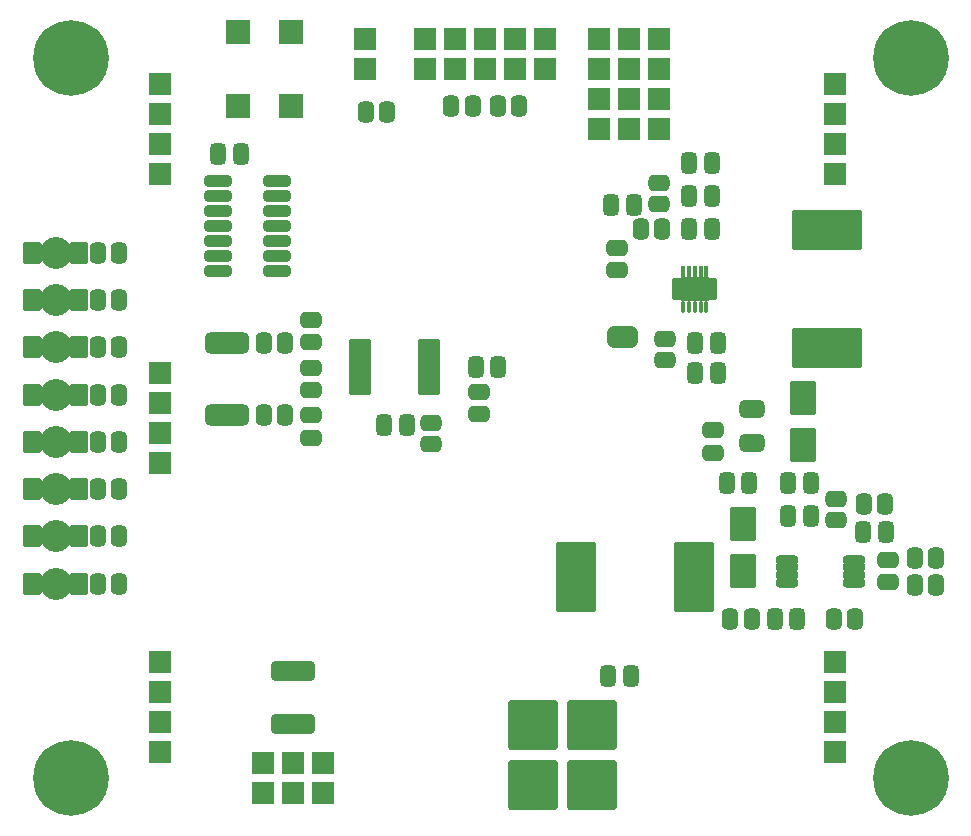
<source format=gbr>
%TF.GenerationSoftware,KiCad,Pcbnew,6.0.4-6f826c9f35~116~ubuntu20.04.1*%
%TF.CreationDate,2022-08-15T10:28:23+00:00*%
%TF.ProjectId,SOLARMINIBAT01A,534f4c41-524d-4494-9e49-424154303141,rev?*%
%TF.SameCoordinates,Original*%
%TF.FileFunction,Soldermask,Bot*%
%TF.FilePolarity,Negative*%
%FSLAX46Y46*%
G04 Gerber Fmt 4.6, Leading zero omitted, Abs format (unit mm)*
G04 Created by KiCad (PCBNEW 6.0.4-6f826c9f35~116~ubuntu20.04.1) date 2022-08-15 10:28:23*
%MOMM*%
%LPD*%
G01*
G04 APERTURE LIST*
G04 Aperture macros list*
%AMRoundRect*
0 Rectangle with rounded corners*
0 $1 Rounding radius*
0 $2 $3 $4 $5 $6 $7 $8 $9 X,Y pos of 4 corners*
0 Add a 4 corners polygon primitive as box body*
4,1,4,$2,$3,$4,$5,$6,$7,$8,$9,$2,$3,0*
0 Add four circle primitives for the rounded corners*
1,1,$1+$1,$2,$3*
1,1,$1+$1,$4,$5*
1,1,$1+$1,$6,$7*
1,1,$1+$1,$8,$9*
0 Add four rect primitives between the rounded corners*
20,1,$1+$1,$2,$3,$4,$5,0*
20,1,$1+$1,$4,$5,$6,$7,0*
20,1,$1+$1,$6,$7,$8,$9,0*
20,1,$1+$1,$8,$9,$2,$3,0*%
%AMFreePoly0*
4,1,41,0.491777,0.930194,0.493581,0.928755,0.495340,0.928535,0.578942,0.898129,0.653686,0.849893,0.715833,0.786241,0.762268,0.710359,0.790663,0.626052,0.799597,0.537543,0.788623,0.449263,0.774388,0.410016,0.776240,0.409490,0.730195,0.247480,0.707271,0.082830,0.707313,-0.083415,0.730317,-0.248061,0.776551,-0.410428,0.774717,-0.410950,0.789166,-0.451162,0.799875,-0.539475,
0.790675,-0.627957,0.762027,-0.712178,0.715366,-0.787919,0.653029,-0.851385,0.578136,-0.899398,0.494442,-0.929552,0.477172,-0.931661,0.449504,-0.944986,0.405000,-0.950000,-0.645000,-0.950000,-0.731777,-0.930194,-0.801366,-0.874698,-0.839986,-0.794504,-0.845000,-0.750000,-0.845000,0.750000,-0.825194,0.836777,-0.769698,0.906366,-0.689504,0.944986,-0.645000,0.950000,0.405000,0.950000,
0.491777,0.930194,0.491777,0.930194,$1*%
%AMFreePoly1*
4,1,41,0.586777,0.930194,0.656366,0.874698,0.694986,0.794504,0.700000,0.750000,0.700000,-0.750000,0.680194,-0.836777,0.624698,-0.906366,0.544504,-0.944986,0.500000,-0.950000,0.000000,-0.950000,-0.023504,-0.944635,-0.083606,-0.943534,-0.139582,-0.934468,-0.274897,-0.892193,-0.326080,-0.867780,-0.444090,-0.789225,-0.486362,-0.751429,-0.577582,-0.642910,-0.607548,-0.594768,-0.664643,-0.465009,
-0.679893,-0.410393,-0.697476,-0.275933,-0.697084,-0.275882,-0.700000,-0.250000,-0.700000,0.250000,-0.697921,0.259109,-0.697582,0.286880,-0.675771,0.426957,-0.659192,0.481183,-0.598944,0.609508,-0.567811,0.656904,-0.473967,0.763162,-0.430783,0.799915,-0.310888,0.875563,-0.259125,0.898717,-0.122818,0.937674,-0.066635,0.945370,-0.042411,0.945222,0.000000,0.950000,0.500000,0.950000,
0.586777,0.930194,0.586777,0.930194,$1*%
%AMFreePoly2*
4,1,41,0.022678,0.944824,0.075125,0.944504,0.131210,0.936123,0.267031,0.895504,0.318507,0.871718,0.437469,0.794611,0.480202,0.757333,0.572740,0.649936,0.603290,0.602165,0.661967,0.473113,0.677883,0.418686,0.697980,0.278353,0.700000,0.250000,0.700000,-0.250000,0.699985,-0.252439,0.699836,-0.264655,0.697079,-0.295398,0.673559,-0.435199,0.656318,-0.489221,0.594506,-0.616800,
0.562797,-0.663810,0.467662,-0.768914,0.424032,-0.805137,0.303222,-0.879314,0.251181,-0.901834,0.114408,-0.939123,0.058135,-0.946132,0.037663,-0.945757,0.000000,-0.950000,-0.500000,-0.950000,-0.586777,-0.930194,-0.656366,-0.874698,-0.694986,-0.794504,-0.700000,-0.750000,-0.700000,0.750000,-0.680194,0.836777,-0.624698,0.906366,-0.544504,0.944986,-0.500000,0.950000,0.000000,0.950000,
0.022678,0.944824,0.022678,0.944824,$1*%
G04 Aperture macros list end*
%ADD10C,6.400000*%
%ADD11RoundRect,0.200000X0.762000X-0.762000X0.762000X0.762000X-0.762000X0.762000X-0.762000X-0.762000X0*%
%ADD12RoundRect,0.200000X-0.762000X0.762000X-0.762000X-0.762000X0.762000X-0.762000X0.762000X0.762000X0*%
%ADD13RoundRect,0.200000X0.762000X0.762000X-0.762000X0.762000X-0.762000X-0.762000X0.762000X-0.762000X0*%
%ADD14RoundRect,0.200000X0.838200X-0.838200X0.838200X0.838200X-0.838200X0.838200X-0.838200X-0.838200X0*%
%ADD15RoundRect,0.200000X-1.905000X1.905000X-1.905000X-1.905000X1.905000X-1.905000X1.905000X1.905000X0*%
%ADD16C,2.700000*%
%ADD17FreePoly0,0.000000*%
%ADD18FreePoly0,180.000000*%
%ADD19RoundRect,0.200000X0.900000X-1.250000X0.900000X1.250000X-0.900000X1.250000X-0.900000X-1.250000X0*%
%ADD20RoundRect,0.450000X-0.250000X-0.475000X0.250000X-0.475000X0.250000X0.475000X-0.250000X0.475000X0*%
%ADD21RoundRect,0.070000X0.140000X-0.140000X0.140000X0.140000X-0.140000X0.140000X-0.140000X-0.140000X0*%
%ADD22O,0.420000X0.990000*%
%ADD23RoundRect,0.200000X0.300000X-0.115000X0.300000X0.115000X-0.300000X0.115000X-0.300000X-0.115000X0*%
%ADD24RoundRect,0.200000X0.450000X-0.325000X0.450000X0.325000X-0.450000X0.325000X-0.450000X-0.325000X0*%
%ADD25RoundRect,0.200000X1.075000X-0.850000X1.075000X0.850000X-1.075000X0.850000X-1.075000X-0.850000X0*%
%ADD26RoundRect,0.200000X0.350000X-0.125000X0.350000X0.125000X-0.350000X0.125000X-0.350000X-0.125000X0*%
%ADD27C,1.000000*%
%ADD28RoundRect,0.450000X0.450000X-0.262500X0.450000X0.262500X-0.450000X0.262500X-0.450000X-0.262500X0*%
%ADD29RoundRect,0.450000X-0.625000X0.312500X-0.625000X-0.312500X0.625000X-0.312500X0.625000X0.312500X0*%
%ADD30RoundRect,0.450000X-1.450000X0.400000X-1.450000X-0.400000X1.450000X-0.400000X1.450000X0.400000X0*%
%ADD31RoundRect,0.450000X0.262500X0.450000X-0.262500X0.450000X-0.262500X-0.450000X0.262500X-0.450000X0*%
%ADD32RoundRect,0.450000X-0.262500X-0.450000X0.262500X-0.450000X0.262500X0.450000X-0.262500X0.450000X0*%
%ADD33RoundRect,0.200000X-2.750000X1.500000X-2.750000X-1.500000X2.750000X-1.500000X2.750000X1.500000X0*%
%ADD34RoundRect,0.200000X0.725000X0.225000X-0.725000X0.225000X-0.725000X-0.225000X0.725000X-0.225000X0*%
%ADD35RoundRect,0.450000X-0.450000X0.262500X-0.450000X-0.262500X0.450000X-0.262500X0.450000X0.262500X0*%
%ADD36RoundRect,0.450000X-0.475000X0.250000X-0.475000X-0.250000X0.475000X-0.250000X0.475000X0.250000X0*%
%ADD37RoundRect,0.450000X0.475000X-0.250000X0.475000X0.250000X-0.475000X0.250000X-0.475000X-0.250000X0*%
%ADD38RoundRect,0.200000X-0.900000X1.250000X-0.900000X-1.250000X0.900000X-1.250000X0.900000X1.250000X0*%
%ADD39FreePoly1,0.000000*%
%ADD40FreePoly2,0.000000*%
%ADD41RoundRect,0.449999X1.425001X-0.450001X1.425001X0.450001X-1.425001X0.450001X-1.425001X-0.450001X0*%
%ADD42RoundRect,0.450000X0.250000X0.475000X-0.250000X0.475000X-0.250000X-0.475000X0.250000X-0.475000X0*%
%ADD43RoundRect,0.350000X0.825000X0.150000X-0.825000X0.150000X-0.825000X-0.150000X0.825000X-0.150000X0*%
%ADD44RoundRect,0.200000X1.500000X2.750000X-1.500000X2.750000X-1.500000X-2.750000X1.500000X-2.750000X0*%
%ADD45RoundRect,0.300000X-0.637500X-0.100000X0.637500X-0.100000X0.637500X0.100000X-0.637500X0.100000X0*%
G04 APERTURE END LIST*
D10*
%TO.C,M4*%
X5080000Y66040000D03*
%TD*%
D11*
%TO.C,J1*%
X21336000Y3810000D03*
X21336000Y6350000D03*
X23876000Y3810000D03*
X23876000Y6350000D03*
X26416000Y3810000D03*
X26416000Y6350000D03*
%TD*%
D12*
%TO.C,J6*%
X54864000Y67691000D03*
X54864000Y65151000D03*
X52324000Y67691000D03*
X52324000Y65151000D03*
X49784000Y67691000D03*
X49784000Y65151000D03*
%TD*%
D13*
%TO.C,BT1*%
X12678000Y36830000D03*
X12678000Y34290000D03*
X12678000Y39370000D03*
X12678000Y31750000D03*
X69778000Y63850000D03*
X69778000Y7270000D03*
X69778000Y56230000D03*
X12678000Y14890000D03*
X12678000Y58770000D03*
X69778000Y14890000D03*
X12678000Y56230000D03*
X69778000Y58770000D03*
X12678000Y63850000D03*
X69778000Y9810000D03*
X69778000Y12350000D03*
X69778000Y61310000D03*
X12678000Y61310000D03*
X12678000Y7270000D03*
X12678000Y9810000D03*
X12678000Y12350000D03*
%TD*%
D10*
%TO.C,M1*%
X76200000Y66040000D03*
%TD*%
%TO.C,M3*%
X76200000Y5080000D03*
%TD*%
D11*
%TO.C,J4*%
X29972000Y65151000D03*
X29972000Y67691000D03*
%TD*%
%TO.C,P1*%
X35052000Y65151000D03*
X35052000Y67691000D03*
X37592000Y65151000D03*
X37592000Y67691000D03*
X40132000Y65151000D03*
X40132000Y67691000D03*
X42672000Y65151000D03*
X42672000Y67691000D03*
X45212000Y65151000D03*
X45212000Y67691000D03*
%TD*%
D14*
%TO.C,SW1*%
X19213000Y62001000D03*
X19213000Y68301000D03*
X23713000Y62001000D03*
X23713000Y68301000D03*
%TD*%
D10*
%TO.C,M2*%
X5080000Y5080000D03*
%TD*%
D12*
%TO.C,J5*%
X54864000Y62611000D03*
X54864000Y60071000D03*
X52324000Y62611000D03*
X52324000Y60071000D03*
X49784000Y62611000D03*
X49784000Y60071000D03*
%TD*%
D15*
%TO.C,J2*%
X44196000Y9556000D03*
X49196000Y9556000D03*
%TD*%
%TO.C,J3*%
X44196000Y4476000D03*
X49196000Y4476000D03*
%TD*%
D16*
%TO.C,D8*%
X3810000Y21560000D03*
D17*
X1905000Y21560000D03*
D18*
X5715000Y21560000D03*
%TD*%
D19*
%TO.C,D10*%
X67056000Y33306000D03*
X67056000Y37306000D03*
%TD*%
D20*
%TO.C,C13*%
X65852000Y30099000D03*
X67752000Y30099000D03*
%TD*%
D21*
%TO.C,X1*%
X58912000Y44722000D03*
D22*
X58912000Y45007000D03*
D21*
X58412000Y44722000D03*
D22*
X58412000Y45007000D03*
X57912000Y45007000D03*
D21*
X57912000Y44722000D03*
X57412000Y44722000D03*
D22*
X57412000Y45007000D03*
D21*
X56912000Y44722000D03*
D22*
X56912000Y45007000D03*
X56912000Y47957000D03*
D21*
X56912000Y48242000D03*
D22*
X57412000Y47957000D03*
D21*
X57412000Y48242000D03*
X57912000Y48242000D03*
D22*
X57912000Y47957000D03*
X58412000Y47957000D03*
D21*
X58412000Y48242000D03*
D22*
X58912000Y47957000D03*
D21*
X58912000Y48242000D03*
D23*
X56487000Y45882000D03*
D24*
X57352000Y46917000D03*
D23*
X56487000Y46282000D03*
D25*
X57912000Y46482000D03*
D26*
X59337000Y47082000D03*
D27*
X58412000Y46982000D03*
D26*
X56487000Y46282000D03*
X56487000Y46682000D03*
D23*
X56487000Y46682000D03*
X59337000Y46682000D03*
D26*
X56487000Y47082000D03*
D24*
X57352000Y46047000D03*
D23*
X56487000Y47082000D03*
D26*
X59337000Y46282000D03*
X59337000Y46682000D03*
D24*
X58472000Y46917000D03*
D26*
X59337000Y45882000D03*
D27*
X57912000Y46482000D03*
D23*
X59337000Y47082000D03*
D26*
X56487000Y45882000D03*
D23*
X59337000Y45882000D03*
D27*
X57412000Y46982000D03*
X58412000Y45982000D03*
X57412000Y45982000D03*
D23*
X59337000Y46282000D03*
D24*
X58472000Y46047000D03*
%TD*%
D28*
%TO.C,R22*%
X69850000Y26924000D03*
X69850000Y28749000D03*
%TD*%
D29*
%TO.C,R21*%
X62738000Y36387500D03*
X62738000Y33462500D03*
%TD*%
D30*
%TO.C,F1*%
X23876000Y14163000D03*
X23876000Y9713000D03*
%TD*%
D20*
%TO.C,C16*%
X57978000Y39370000D03*
X59878000Y39370000D03*
%TD*%
D31*
%TO.C,R26*%
X55165000Y51562000D03*
X53340000Y51562000D03*
%TD*%
D16*
%TO.C,D1*%
X3810000Y49560000D03*
D17*
X1905000Y49560000D03*
D18*
X5715000Y49560000D03*
%TD*%
D32*
%TO.C,R19*%
X76557500Y21463000D03*
X78382500Y21463000D03*
%TD*%
D33*
%TO.C,L2*%
X69088000Y41482000D03*
X69088000Y51482000D03*
%TD*%
D34*
%TO.C,U1*%
X35462000Y41828000D03*
X35462000Y41178000D03*
X35462000Y40528000D03*
X35462000Y39878000D03*
X35462000Y39228000D03*
X35462000Y38578000D03*
X35462000Y37928000D03*
X29562000Y37928000D03*
X29562000Y38578000D03*
X29562000Y39228000D03*
X29562000Y39878000D03*
X29562000Y40528000D03*
X29562000Y41178000D03*
X29562000Y41828000D03*
%TD*%
D20*
%TO.C,C17*%
X57978000Y41910000D03*
X59878000Y41910000D03*
%TD*%
D32*
%TO.C,R10*%
X7366000Y45560000D03*
X9191000Y45560000D03*
%TD*%
D20*
%TO.C,C7*%
X17592000Y57912000D03*
X19492000Y57912000D03*
%TD*%
D32*
%TO.C,R7*%
X21439500Y41910000D03*
X23264500Y41910000D03*
%TD*%
D35*
%TO.C,R25*%
X54864000Y55522500D03*
X54864000Y53697500D03*
%TD*%
D36*
%TO.C,C1*%
X39624000Y37810000D03*
X39624000Y35910000D03*
%TD*%
D28*
%TO.C,R24*%
X55372000Y40489500D03*
X55372000Y42314500D03*
%TD*%
D37*
%TO.C,C18*%
X51308000Y48072000D03*
X51308000Y49972000D03*
%TD*%
D20*
%TO.C,C5*%
X39394000Y39878000D03*
X41294000Y39878000D03*
%TD*%
D32*
%TO.C,R16*%
X7366000Y21560000D03*
X9191000Y21560000D03*
%TD*%
%TO.C,R15*%
X7366000Y25560000D03*
X9191000Y25560000D03*
%TD*%
D38*
%TO.C,D9*%
X61976000Y26638000D03*
X61976000Y22638000D03*
%TD*%
D20*
%TO.C,C11*%
X72202000Y25908000D03*
X74102000Y25908000D03*
%TD*%
%TO.C,C20*%
X57470000Y51562000D03*
X59370000Y51562000D03*
%TD*%
D39*
%TO.C,JP1*%
X51166000Y42418000D03*
D40*
X52466000Y42418000D03*
%TD*%
D41*
%TO.C,R8*%
X18288000Y35812000D03*
X18288000Y41912000D03*
%TD*%
D36*
%TO.C,C15*%
X59436000Y34539000D03*
X59436000Y32639000D03*
%TD*%
%TO.C,C6*%
X25400000Y35814000D03*
X25400000Y33914000D03*
%TD*%
D42*
%TO.C,C14*%
X62545000Y30099000D03*
X60645000Y30099000D03*
%TD*%
D16*
%TO.C,D5*%
X3810000Y33560000D03*
D17*
X1905000Y33560000D03*
D18*
X5715000Y33560000D03*
%TD*%
D32*
%TO.C,R3*%
X37291000Y61976000D03*
X39116000Y61976000D03*
%TD*%
D37*
%TO.C,C10*%
X74295000Y21656000D03*
X74295000Y23556000D03*
%TD*%
D32*
%TO.C,R14*%
X7366000Y29560000D03*
X9191000Y29560000D03*
%TD*%
%TO.C,R6*%
X21439500Y35814000D03*
X23264500Y35814000D03*
%TD*%
%TO.C,R18*%
X69699500Y18542000D03*
X71524500Y18542000D03*
%TD*%
D43*
%TO.C,U2*%
X22541000Y55626000D03*
X22541000Y54356000D03*
X22541000Y53086000D03*
X22541000Y51816000D03*
X22541000Y50546000D03*
X22541000Y49276000D03*
X22541000Y48006000D03*
X17591000Y48006000D03*
X17591000Y49276000D03*
X17591000Y50546000D03*
X17591000Y51816000D03*
X17591000Y53086000D03*
X17591000Y54356000D03*
X17591000Y55626000D03*
%TD*%
D16*
%TO.C,D4*%
X3810000Y37560000D03*
D17*
X1905000Y37560000D03*
D18*
X5715000Y37560000D03*
%TD*%
D20*
%TO.C,C22*%
X57470000Y57150000D03*
X59370000Y57150000D03*
%TD*%
D32*
%TO.C,R17*%
X60913000Y18542000D03*
X62738000Y18542000D03*
%TD*%
D42*
%TO.C,C19*%
X52766000Y53594000D03*
X50866000Y53594000D03*
%TD*%
D16*
%TO.C,D6*%
X3810000Y29560000D03*
D17*
X1905000Y29560000D03*
D18*
X5715000Y29560000D03*
%TD*%
D32*
%TO.C,R12*%
X7366000Y37560000D03*
X9191000Y37560000D03*
%TD*%
D31*
%TO.C,R23*%
X74064500Y28321000D03*
X72239500Y28321000D03*
%TD*%
D37*
%TO.C,C4*%
X25400000Y41976000D03*
X25400000Y43876000D03*
%TD*%
D31*
%TO.C,R1*%
X43076500Y61976000D03*
X41251500Y61976000D03*
%TD*%
D42*
%TO.C,C2*%
X33528000Y34990000D03*
X31628000Y34990000D03*
%TD*%
D44*
%TO.C,L1*%
X47832000Y22098000D03*
X57832000Y22098000D03*
%TD*%
D20*
%TO.C,C12*%
X65852000Y27305000D03*
X67752000Y27305000D03*
%TD*%
D16*
%TO.C,D3*%
X3810000Y41560000D03*
D17*
X1905000Y41560000D03*
D18*
X5715000Y41560000D03*
%TD*%
D20*
%TO.C,C21*%
X57470000Y54356000D03*
X59370000Y54356000D03*
%TD*%
D32*
%TO.C,R11*%
X7366000Y41560000D03*
X9191000Y41560000D03*
%TD*%
D45*
%TO.C,U3*%
X65717500Y21631000D03*
X65717500Y22281000D03*
X65717500Y22931000D03*
X65717500Y23581000D03*
X71442500Y23581000D03*
X71442500Y22931000D03*
X71442500Y22281000D03*
X71442500Y21631000D03*
%TD*%
D32*
%TO.C,R9*%
X7366000Y49560000D03*
X9191000Y49560000D03*
%TD*%
D20*
%TO.C,C9*%
X64709000Y18542000D03*
X66609000Y18542000D03*
%TD*%
D32*
%TO.C,R13*%
X7366000Y33560000D03*
X9191000Y33560000D03*
%TD*%
%TO.C,R2*%
X30075500Y61468000D03*
X31900500Y61468000D03*
%TD*%
D28*
%TO.C,R5*%
X35560000Y33377500D03*
X35560000Y35202500D03*
%TD*%
D16*
%TO.C,D7*%
X3810000Y25560000D03*
D17*
X1905000Y25560000D03*
D18*
X5715000Y25560000D03*
%TD*%
D20*
%TO.C,C8*%
X50612000Y13716000D03*
X52512000Y13716000D03*
%TD*%
D37*
%TO.C,C3*%
X25400000Y37945000D03*
X25400000Y39845000D03*
%TD*%
D16*
%TO.C,D2*%
X3810000Y45560000D03*
D17*
X1905000Y45560000D03*
D18*
X5715000Y45560000D03*
%TD*%
D32*
%TO.C,R20*%
X76557500Y23749000D03*
X78382500Y23749000D03*
%TD*%
M02*

</source>
